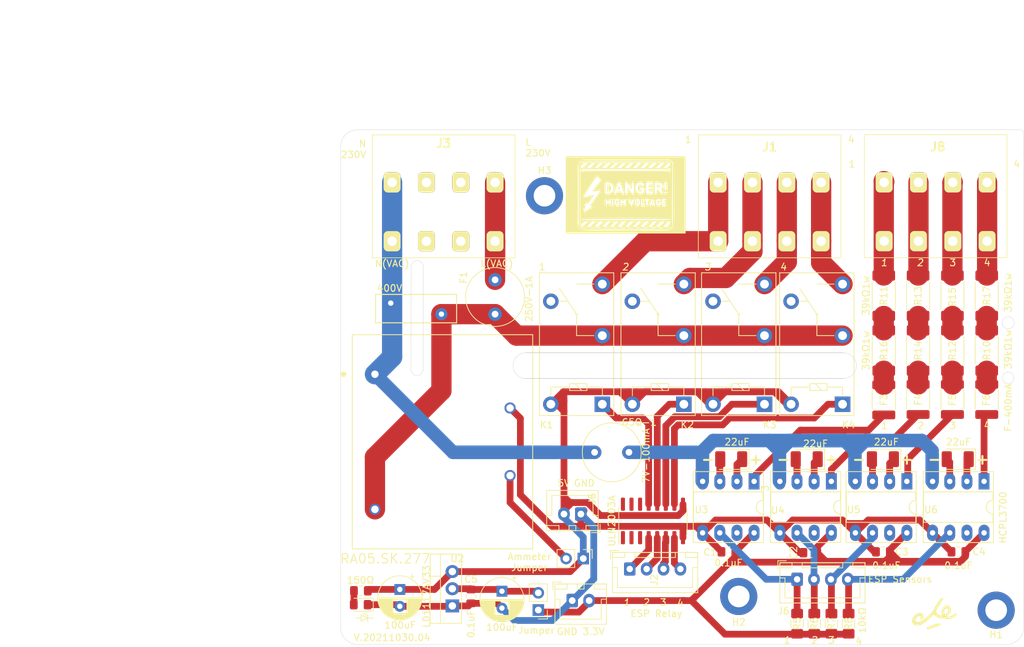
<source format=kicad_pcb>
(kicad_pcb (version 20171130) (host pcbnew "(5.1.6)-1")
  (layers (0 F.Cu signal) (31 B.Cu signal) (34 B.Paste user hide) (35 F.Paste user hide) (36 B.SilkS user hide) (37 F.SilkS user) (38 B.Mask user hide) (39 F.Mask user) (44 Edge.Cuts user))
  (net 0 "")
  (net 1 "220VAC(L)")
  (net 2 "220VAC(N)")
  (net 3 5V+)
  (net 4 3.3V+)
  (net 5 Sens4)
  (net 6 Sens3)
  (net 7 Sens2)
  (net 8 Sens1)
  (net 9 REO4)
  (net 10 REO3)
  (net 11 REO2)
  (net 12 REO1)
  (net 13 "Net-(22uF1-Pad2)")
  (net 14 "Net-(22uF1-Pad1)")
  (net 15 "Net-(22uF2-Pad2)")
  (net 16 "Net-(22uF2-Pad1)")
  (net 17 "Net-(22uF3-Pad2)")
  (net 18 "Net-(22uF3-Pad1)")
  (net 19 "Net-(22uF4-Pad2)")
  (net 20 "Net-(22uF4-Pad1)")
  (net 21 "GND(5V)")
  (net 22 REI1)
  (net 23 REI2)
  (net 24 REI3)
  (net 25 REI4)
  (net 26 "Net-(F1-Pad1)")
  (net 27 EspSens1)
  (net 28 EspSens2)
  (net 29 EspSens3)
  (net 30 EspSens4)
  (net 31 EspRel1)
  (net 32 EspRel2)
  (net 33 EspRel3)
  (net 34 EspRel4)
  (net 35 "Net-(D9-Pad2)")
  (net 36 "Net-(J9-Pad2)")
  (net 37 "Net-(F2-Pad1)")
  (net 38 "Net-(F3-Pad2)")
  (net 39 "Net-(F3-Pad1)")
  (net 40 "Net-(F4-Pad2)")
  (net 41 "Net-(F4-Pad1)")
  (net 42 "Net-(F5-Pad2)")
  (net 43 "Net-(F5-Pad1)")
  (net 44 "Net-(F6-Pad2)")
  (net 45 "Net-(F6-Pad1)")
  (net 46 "Net-(100uF_2-Pad1)")
  (net 47 "Net-(R10-Pad1)")
  (net 48 "Net-(R11-Pad2)")
  (net 49 "Net-(R12-Pad1)")
  (net 50 "Net-(R13-Pad2)")
  (module Capacitor_SMD:C_0805_2012Metric_Pad1.15x1.40mm_HandSolder (layer F.Cu) (at 118.3005 136.4525 90)
    (fp_text reference C5 (at 2.531 0 180) (layer F.SilkS))
    (fp_text value 0.1uF (at -4.073 0 270) (layer F.SilkS))
    (pad 2 smd roundrect (at 1.025 0 90) (size 1.15 1.4) (layers F.Cu F.Paste F.Mask) (roundrect_rratio 0.217391) (net 46 "Net-(100uF_2-Pad1)"))
    (pad 1 smd roundrect (at -1.025 0 90) (size 1.15 1.4) (layers F.Cu F.Paste F.Mask) (roundrect_rratio 0.217391) (net 21 "GND(5V)"))
  )
  (module Resistor_SMD:R_1206_3216Metric_Pad1.42x1.75mm_HandSolder (layer F.Cu) (at 174.1805 140.489 270)
    (fp_text reference R8 (at 0 0 90) (layer F.SilkS))
    (fp_text value 10kΩ (at -0.508 -2.032 90) (layer F.SilkS))
    (pad 2 smd roundrect (at 1.4875 0 270) (size 1.425 1.75) (layers F.Cu F.Paste F.Mask) (roundrect_rratio 0.175439) (net 4 3.3V+))
    (pad 1 smd roundrect (at -1.4875 0 270) (size 1.425 1.75) (layers F.Cu F.Paste F.Mask) (roundrect_rratio 0.175439) (net 27 EspSens1))
  )
  (module Resistor_SMD:R_1206_3216Metric_Pad1.42x1.75mm_HandSolder (layer F.Cu) (at 171.6405 140.489 270)
    (fp_text reference R7 (at -0.009 0 90) (layer F.SilkS))
    (fp_text value 10kΩ)
    (pad 2 smd roundrect (at 1.4875 0 270) (size 1.425 1.75) (layers F.Cu F.Paste F.Mask) (roundrect_rratio 0.175439) (net 4 3.3V+))
    (pad 1 smd roundrect (at -1.4875 0 270) (size 1.425 1.75) (layers F.Cu F.Paste F.Mask) (roundrect_rratio 0.175439) (net 28 EspSens2))
  )
  (module Resistor_SMD:R_1206_3216Metric_Pad1.42x1.75mm_HandSolder (layer F.Cu) (at 169.1005 140.489 270)
    (fp_text reference R6 (at 0 0 90) (layer F.SilkS))
    (fp_text value 10kΩ)
    (pad 2 smd roundrect (at 1.4875 0 270) (size 1.425 1.75) (layers F.Cu F.Paste F.Mask) (roundrect_rratio 0.175439) (net 4 3.3V+))
    (pad 1 smd roundrect (at -1.4875 0 270) (size 1.425 1.75) (layers F.Cu F.Paste F.Mask) (roundrect_rratio 0.175439) (net 29 EspSens3))
  )
  (module Resistor_SMD:R_1206_3216Metric_Pad1.42x1.75mm_HandSolder (layer F.Cu) (at 166.5605 140.489 270)
    (fp_text reference R5 (at 0 0 90) (layer F.SilkS))
    (fp_text value 10kΩ)
    (pad 2 smd roundrect (at 1.4875 0 270) (size 1.425 1.75) (layers F.Cu F.Paste F.Mask) (roundrect_rratio 0.175439) (net 4 3.3V+))
    (pad 1 smd roundrect (at -1.4875 0 270) (size 1.425 1.75) (layers F.Cu F.Paste F.Mask) (roundrect_rratio 0.175439) (net 30 EspSens4))
  )
  (module icons:led_6000dpi (layer F.Cu) (at 102.5525 139.5095)
    (fp_text reference G*** hide)
    (fp_text value LOGO hide)
  )
  (module icons:che (layer F.Cu) (at 186.8805 139.0015)
    (fp_text reference G*** hide)
    (fp_text value LOGO hide)
  )
  (module rac05-05sk:277 (layer F.Cu) (at 114.0765 113.5685)
    (fp_text reference RA05.SK.277 (at -8.476 17.305 180) (layer F.SilkS) (effects (font (size 1.4 1.4))))
    (fp_text value RAC05.05SK.277)
    (pad 9 thru_hole circle (at 10 -5) (size 1.65 1.65) (drill 1.1) (layers *.Cu *.Mask) (net 21 "GND(5V)"))
    (pad 7 thru_hole circle (at 10 5) (size 1.65 1.65) (drill 1.1) (layers *.Cu *.Mask) (net 36 "Net-(J9-Pad2)"))
    (pad 5 thru_hole circle (at -10 10) (size 1.65 1.65) (drill 1.1) (layers *.Cu *.Mask) (net 1 "220VAC(L)"))
    (pad 1 thru_hole rect (at -10 -10) (size 1.65 1.65) (drill 1.1) (layers *.Cu *.Mask) (net 37 "Net-(F2-Pad1)"))
  )
  (module 1017505_updated_pretty:1017505_pretty (layer F.Cu) (at 170.1165 83.8835 180)
    (fp_text reference J1 (at 7.62 13.97) (layer F.SilkS) (effects (font (size 1.27 1.27) (thickness 0.254))))
    (fp_text value 1017505 hide)
    (pad 1 thru_hole roundrect (at 0 0 270) (size 3 2.5) (drill 1.4) (layers *.Cu *.Mask F.SilkS) (net 9 REO4))
    (pad 2 thru_hole roundrect (at 0 8.7 270) (size 3 2.5) (drill 1.4) (layers *.Cu *.Mask F.SilkS) (net 9 REO4))
    (pad 3 thru_hole roundrect (at 5.08 0 270) (size 3 2.5) (drill 1.4) (layers *.Cu *.Mask F.SilkS) (net 10 REO3))
    (pad 4 thru_hole roundrect (at 5.08 8.7 270) (size 3 2.5) (drill 1.4) (layers *.Cu *.Mask F.SilkS) (net 10 REO3))
    (pad 5 thru_hole roundrect (at 10.16 0 270) (size 3 2.5) (drill 1.4) (layers *.Cu *.Mask F.SilkS) (net 11 REO2))
    (pad 6 thru_hole roundrect (at 10.16 8.7 270) (size 3 2.5) (drill 1.4) (layers *.Cu *.Mask F.SilkS) (net 11 REO2))
    (pad 7 thru_hole roundrect (at 15.24 0 270) (size 3 2.5) (drill 1.4) (layers *.Cu *.Mask F.SilkS) (net 12 REO1))
    (pad 8 thru_hole roundrect (at 15.24 8.7 270) (size 3 2.5) (drill 1.4) (layers *.Cu *.Mask F.SilkS) (net 12 REO1))
  )
  (module Package_SO:SOIC-16_3.9x9.9mm_P1.27mm (layer F.Cu) (at 145.2245 125.2855 90)
    (fp_text reference U1 hide)
    (fp_text value ULN2003A (at 0 -6.096 90) (layer F.SilkS))
    (pad 1 smd roundrect (at -2.475 -4.445 90) (size 1.95 0.6) (layers F.Cu F.Paste F.Mask))
    (pad 2 smd roundrect (at -2.475 -3.175 90) (size 1.95 0.6) (layers F.Cu F.Paste F.Mask))
    (pad 3 smd roundrect (at -2.475 -1.905 90) (size 1.95 0.6) (layers F.Cu F.Paste F.Mask))
    (pad 4 smd roundrect (at -2.475 -0.635 90) (size 1.95 0.6) (layers F.Cu F.Paste F.Mask) (net 34 EspRel4))
    (pad 5 smd roundrect (at -2.475 0.635 90) (size 1.95 0.6) (layers F.Cu F.Paste F.Mask) (net 33 EspRel3))
    (pad 6 smd roundrect (at -2.475 1.905 90) (size 1.95 0.6) (layers F.Cu F.Paste F.Mask) (net 32 EspRel2))
    (pad 7 smd roundrect (at -2.475 3.175 90) (size 1.95 0.6) (layers F.Cu F.Paste F.Mask) (net 31 EspRel1))
    (pad 8 smd roundrect (at -2.475 4.445 90) (size 1.95 0.6) (layers F.Cu F.Paste F.Mask) (net 21 "GND(5V)"))
    (pad 9 smd roundrect (at 2.475 4.445 90) (size 1.95 0.6) (layers F.Cu F.Paste F.Mask) (net 3 5V+))
    (pad 10 smd roundrect (at 2.475 3.175 90) (size 1.95 0.6) (layers F.Cu F.Paste F.Mask) (net 25 REI4))
    (pad 11 smd roundrect (at 2.475 1.905 90) (size 1.95 0.6) (layers F.Cu F.Paste F.Mask) (net 24 REI3))
    (pad 12 smd roundrect (at 2.475 0.635 90) (size 1.95 0.6) (layers F.Cu F.Paste F.Mask) (net 23 REI2))
    (pad 13 smd roundrect (at 2.475 -0.635 90) (size 1.95 0.6) (layers F.Cu F.Paste F.Mask) (net 22 REI1))
    (pad 14 smd roundrect (at 2.475 -1.905 90) (size 1.95 0.6) (layers F.Cu F.Paste F.Mask))
    (pad 15 smd roundrect (at 2.475 -3.175 90) (size 1.95 0.6) (layers F.Cu F.Paste F.Mask))
    (pad 16 smd roundrect (at 2.475 -4.445 90) (size 1.95 0.6) (layers F.Cu F.Paste F.Mask))
  )
  (module Capacitor_Tantalum_SMD:CP_EIA-3528-21_Kemet-B_Pad1.50x2.35mm_HandSolder (layer F.Cu) (at 190.3355 116.1415 180)
    (fp_text reference 22uF4 hide)
    (fp_text value 22uF (at -0.101 2.54 180) (layer F.SilkS))
    (pad 2 smd roundrect (at 1.625 0 180) (size 1.5 2.35) (layers F.Cu F.Paste F.Mask) (roundrect_rratio 0.166667) (net 19 "Net-(22uF4-Pad2)"))
    (pad 1 smd roundrect (at -1.625 0 180) (size 1.5 2.35) (layers F.Cu F.Paste F.Mask) (roundrect_rratio 0.166667) (net 20 "Net-(22uF4-Pad1)"))
  )
  (module Capacitor_Tantalum_SMD:CP_EIA-3528-21_Kemet-B_Pad1.50x2.35mm_HandSolder (layer F.Cu) (at 179.2605 116.1415 180)
    (fp_text reference 22uF3 hide)
    (fp_text value 22uF (at -0.508 2.54 180) (layer F.SilkS))
    (pad 2 smd roundrect (at 1.625 0 180) (size 1.5 2.35) (layers F.Cu F.Paste F.Mask) (roundrect_rratio 0.166667) (net 17 "Net-(22uF3-Pad2)"))
    (pad 1 smd roundrect (at -1.625 0 180) (size 1.5 2.35) (layers F.Cu F.Paste F.Mask) (roundrect_rratio 0.166667) (net 18 "Net-(22uF3-Pad1)"))
  )
  (module Capacitor_Tantalum_SMD:CP_EIA-3528-21_Kemet-B_Pad1.50x2.35mm_HandSolder (layer F.Cu) (at 167.9835 116.1415 180)
    (fp_text reference 22uF2 hide)
    (fp_text value 22uF (at -1.3065 2.286 180) (layer F.SilkS))
    (pad 2 smd roundrect (at 1.625 0 180) (size 1.5 2.35) (layers F.Cu F.Paste F.Mask) (roundrect_rratio 0.166667) (net 15 "Net-(22uF2-Pad2)"))
    (pad 1 smd roundrect (at -1.625 0 180) (size 1.5 2.35) (layers F.Cu F.Paste F.Mask) (roundrect_rratio 0.166667) (net 16 "Net-(22uF2-Pad1)"))
  )
  (module Capacitor_Tantalum_SMD:CP_EIA-3528-21_Kemet-B_Pad1.50x2.35mm_HandSolder (layer F.Cu) (at 156.8075 116.1415 180)
    (fp_text reference 22uF1 hide)
    (fp_text value 22uF (at -0.8525 2.54 180) (layer F.SilkS))
    (pad 2 smd roundrect (at 1.625 0 180) (size 1.5 2.35) (layers F.Cu F.Paste F.Mask) (roundrect_rratio 0.166667) (net 13 "Net-(22uF1-Pad2)"))
    (pad 1 smd roundrect (at -1.625 0 180) (size 1.5 2.35) (layers F.Cu F.Paste F.Mask) (roundrect_rratio 0.166667) (net 14 "Net-(22uF1-Pad1)"))
  )
  (module Fuse:Fuse_Littelfuse_372_D8.50mm (layer F.Cu) (at 136.5885 115.1255)
    (fp_text reference F2 hide)
    (fp_text value 7V-100mA (at 7.62 0.508 -90) (layer F.SilkS))
    (pad 2 thru_hole circle (at 5.08 0) (size 2 2) (drill 1) (layers *.Cu *.Mask) (net 2 "220VAC(N)"))
    (pad 1 thru_hole circle (at 0 0) (size 2 2) (drill 1) (layers *.Cu *.Mask) (net 37 "Net-(F2-Pad1)"))
  )
  (module Resistor_SMD:R_2512_6332Metric_Pad1.52x3.35mm_HandSolder (layer F.Cu) (at 194.6275 91.951 270)
    (fp_text reference R17 (at 0 0 90) (layer F.SilkS))
    (fp_text value 39kΩ1w (at -0.4475 -3.175 90) (layer F.SilkS))
    (pad 2 smd roundrect (at 2.9875 0 270) (size 1.525 3.35) (layers F.Cu F.Paste F.Mask) (roundrect_rratio 0.163934) (net 47 "Net-(R10-Pad1)"))
    (pad 1 smd roundrect (at -2.9875 0 270) (size 1.525 3.35) (layers F.Cu F.Paste F.Mask) (roundrect_rratio 0.163934) (net 5 Sens4))
  )
  (module Resistor_SMD:R_2512_6332Metric_Pad1.52x3.35mm_HandSolder (layer F.Cu) (at 189.5475 91.951 270)
    (fp_text reference R15 (at 0.1875 0 90) (layer F.SilkS))
    (fp_text value 39kΩ1w)
    (pad 2 smd roundrect (at 2.9875 0 270) (size 1.525 3.35) (layers F.Cu F.Paste F.Mask) (roundrect_rratio 0.163934) (net 49 "Net-(R12-Pad1)"))
    (pad 1 smd roundrect (at -2.9875 0 270) (size 1.525 3.35) (layers F.Cu F.Paste F.Mask) (roundrect_rratio 0.163934) (net 6 Sens3))
  )
  (module Resistor_SMD:R_2512_6332Metric_Pad1.52x3.35mm_HandSolder (layer F.Cu) (at 184.4675 91.951 270)
    (fp_text reference R13 (at 0 0 90) (layer F.SilkS))
    (fp_text value 39kΩ1w)
    (pad 2 smd roundrect (at 2.9875 0 270) (size 1.525 3.35) (layers F.Cu F.Paste F.Mask) (roundrect_rratio 0.163934) (net 50 "Net-(R13-Pad2)"))
    (pad 1 smd roundrect (at -2.9875 0 270) (size 1.525 3.35) (layers F.Cu F.Paste F.Mask) (roundrect_rratio 0.163934) (net 8 Sens1))
  )
  (module Resistor_SMD:R_2512_6332Metric_Pad1.52x3.35mm_HandSolder (layer F.Cu) (at 179.3875 91.951 270)
    (fp_text reference R11 (at 0 0 90) (layer F.SilkS))
    (fp_text value 39kΩ1w (at 0 2.62 90) (layer F.SilkS))
    (pad 2 smd roundrect (at 2.9875 0 270) (size 1.525 3.35) (layers F.Cu F.Paste F.Mask) (roundrect_rratio 0.163934) (net 48 "Net-(R11-Pad2)"))
    (pad 1 smd roundrect (at -2.9875 0 270) (size 1.525 3.35) (layers F.Cu F.Paste F.Mask) (roundrect_rratio 0.163934) (net 7 Sens2))
  )
  (module Connector_PinHeader_2.54mm:PinHeader_1x02_P2.54mm_Vertical (layer F.Cu) (at 128.2573 138.4681 180)
    (fp_text reference J11 hide)
    (fp_text value "Current Jumper" hide)
    (fp_text user Jumper (at 0.2794 -2.9972 180) (layer F.SilkS))
    (pad 2 thru_hole oval (at 0 2.54 180) (size 1.7 1.7) (drill 1) (layers *.Cu *.Mask) (net 46 "Net-(100uF_2-Pad1)"))
    (pad 1 thru_hole rect (at 0 0 180) (size 1.7 1.7) (drill 1) (layers *.Cu *.Mask) (net 4 3.3V+))
  )
  (module Connector_JST:JST_XH_B2B-XH-A_1x02_P2.50mm_Vertical (layer F.Cu) (at 133.2757 137.0711)
    (fp_text reference J10 hide)
    (fp_text value "GND 3.3V" (at 1.25 4.6) (layer F.SilkS))
    (pad 2 thru_hole oval (at 2.5 0) (size 1.7 2) (drill 1) (layers *.Cu *.Mask) (net 4 3.3V+))
    (pad 1 thru_hole roundrect (at 0 0) (size 1.7 2) (drill 1) (layers *.Cu *.Mask) (roundrect_rratio 0.147059) (net 21 "GND(5V)"))
  )
  (module Resistor_SMD:R_0805_2012Metric_Pad1.15x1.40mm_HandSolder (layer F.Cu) (at 101.9937 135.6233)
    (fp_text reference R9 hide)
    (fp_text value 150Ω (at -0.0508 -1.5748) (layer F.SilkS))
    (pad 2 smd roundrect (at 1.025 0) (size 1.15 1.4) (layers F.Cu F.Paste F.Mask) (roundrect_rratio 0.217391) (net 3 5V+))
    (pad 1 smd roundrect (at -1.025 0) (size 1.15 1.4) (layers F.Cu F.Paste F.Mask) (roundrect_rratio 0.217391) (net 35 "Net-(D9-Pad2)"))
  )
  (module LED_SMD:LED_0805_2012Metric_Pad1.15x1.40mm_HandSolder (layer F.Cu) (at 101.9683 137.6807 180)
    (fp_text reference D9 hide)
    (fp_text value LED hide)
    (pad 2 smd roundrect (at 1.025 0 180) (size 1.15 1.4) (layers F.Cu F.Paste F.Mask) (roundrect_rratio 0.217391) (net 35 "Net-(D9-Pad2)"))
    (pad 1 smd roundrect (at -1.025 0 180) (size 1.15 1.4) (layers F.Cu F.Paste F.Mask) (roundrect_rratio 0.217391) (net 21 "GND(5V)"))
  )
  (module Capacitor_SMD:C_0805_2012Metric_Pad1.15x1.40mm_HandSolder (layer F.Cu) (at 190.4365 129.8575 180)
    (fp_text reference C4 (at -3.048 0) (layer F.SilkS))
    (fp_text value 0.1uF (at 0 -2.032) (layer F.SilkS))
    (pad 2 smd roundrect (at 1.025 0 180) (size 1.15 1.4) (layers F.Cu F.Paste F.Mask) (roundrect_rratio 0.217391) (net 21 "GND(5V)"))
    (pad 1 smd roundrect (at -1.025 0 180) (size 1.15 1.4) (layers F.Cu F.Paste F.Mask) (roundrect_rratio 0.217391) (net 4 3.3V+))
  )
  (module Capacitor_SMD:C_0805_2012Metric_Pad1.15x1.40mm_HandSolder (layer F.Cu) (at 179.2605 129.8575 180)
    (fp_text reference C3 (at -2.803 0) (layer F.SilkS))
    (fp_text value 0.1uF (at -0.508 -2.032) (layer F.SilkS))
    (pad 2 smd roundrect (at 1.025 0 180) (size 1.15 1.4) (layers F.Cu F.Paste F.Mask) (roundrect_rratio 0.217391) (net 21 "GND(5V)"))
    (pad 1 smd roundrect (at -1.025 0 180) (size 1.15 1.4) (layers F.Cu F.Paste F.Mask) (roundrect_rratio 0.217391) (net 4 3.3V+))
  )
  (module Capacitor_SMD:C_0805_2012Metric_Pad1.15x1.40mm_HandSolder (layer F.Cu) (at 156.3915 129.8575 180)
    (fp_text reference C1 (at 2.7215 -0.0635) (layer F.SilkS))
    (fp_text value 0.1uF (at -0.009 -1.6383) (layer F.SilkS))
    (pad 2 smd roundrect (at 1.025 0 180) (size 1.15 1.4) (layers F.Cu F.Paste F.Mask) (roundrect_rratio 0.217391) (net 21 "GND(5V)"))
    (pad 1 smd roundrect (at -1.025 0 180) (size 1.15 1.4) (layers F.Cu F.Paste F.Mask) (roundrect_rratio 0.217391) (net 4 3.3V+))
  )
  (module Capacitor_SMD:C_0805_2012Metric_Pad1.15x1.40mm_HandSolder (layer F.Cu) (at 168.52 129.9845 180)
    (fp_text reference C2 (at 2.4675 0 90) (layer F.SilkS))
    (fp_text value 0.1uF)
    (pad 2 smd roundrect (at 1.025 0 180) (size 1.15 1.4) (layers F.Cu F.Paste F.Mask) (roundrect_rratio 0.217391) (net 21 "GND(5V)"))
    (pad 1 smd roundrect (at -1.025 0 180) (size 1.15 1.4) (layers F.Cu F.Paste F.Mask) (roundrect_rratio 0.217391) (net 4 3.3V+))
  )
  (module Fuse:Fuse_1812_4532Metric_Pad1.30x3.40mm_HandSolder (layer F.Cu) (at 194.6275 107.3055 270)
    (fp_text reference F6 (at 0.073 0.056 90) (layer F.SilkS))
    (fp_text value Fuse)
    (pad 2 smd roundrect (at 2.225 0 270) (size 1.3 3.4) (layers F.Cu F.Paste F.Mask) (roundrect_rratio 0.192308) (net 44 "Net-(F6-Pad2)"))
    (pad 1 smd roundrect (at -2.225 0 270) (size 1.3 3.4) (layers F.Cu F.Paste F.Mask) (roundrect_rratio 0.192308) (net 45 "Net-(F6-Pad1)"))
  )
  (module Fuse:Fuse_1812_4532Metric_Pad1.30x3.40mm_HandSolder (layer F.Cu) (at 189.5475 107.3055 270)
    (fp_text reference F5 (at 0.073 0 90) (layer F.SilkS))
    (fp_text value Fuse)
    (pad 2 smd roundrect (at 2.225 0 270) (size 1.3 3.4) (layers F.Cu F.Paste F.Mask) (roundrect_rratio 0.192308) (net 42 "Net-(F5-Pad2)"))
    (pad 1 smd roundrect (at -2.225 0 270) (size 1.3 3.4) (layers F.Cu F.Paste F.Mask) (roundrect_rratio 0.192308) (net 43 "Net-(F5-Pad1)"))
  )
  (module Fuse:Fuse_1812_4532Metric_Pad1.30x3.40mm_HandSolder (layer F.Cu) (at 184.4675 107.3055 270)
    (fp_text reference F4 (at 0 0 90) (layer F.SilkS))
    (fp_text value Fuse)
    (pad 2 smd roundrect (at 2.225 0 270) (size 1.3 3.4) (layers F.Cu F.Paste F.Mask) (roundrect_rratio 0.192308) (net 40 "Net-(F4-Pad2)"))
    (pad 1 smd roundrect (at -2.225 0 270) (size 1.3 3.4) (layers F.Cu F.Paste F.Mask) (roundrect_rratio 0.192308) (net 41 "Net-(F4-Pad1)"))
  )
  (module Fuse:Fuse_1812_4532Metric_Pad1.30x3.40mm_HandSolder (layer F.Cu) (at 179.3875 107.369 270)
    (fp_text reference F3 (at 0 0 90) (layer F.SilkS))
    (fp_text value Fuse)
    (pad 2 smd roundrect (at 2.225 0 270) (size 1.3 3.4) (layers F.Cu F.Paste F.Mask) (roundrect_rratio 0.192308) (net 38 "Net-(F3-Pad2)"))
    (pad 1 smd roundrect (at -2.225 0 270) (size 1.3 3.4) (layers F.Cu F.Paste F.Mask) (roundrect_rratio 0.192308) (net 39 "Net-(F3-Pad1)"))
  )
  (module Resistor_SMD:R_2512_6332Metric_Pad1.52x3.35mm_HandSolder (layer F.Cu) (at 179.3875 100.061 270)
    (fp_text reference R16 (at 0 0 90) (layer F.SilkS))
    (fp_text value 39kΩ1w (at 0 2.62 90) (layer F.SilkS))
    (pad 2 smd roundrect (at 2.9875 0 270) (size 1.525 3.35) (layers F.Cu F.Paste F.Mask) (roundrect_rratio 0.163934) (net 39 "Net-(F3-Pad1)"))
    (pad 1 smd roundrect (at -2.9875 0 270) (size 1.525 3.35) (layers F.Cu F.Paste F.Mask) (roundrect_rratio 0.163934) (net 48 "Net-(R11-Pad2)"))
  )
  (module Resistor_SMD:R_2512_6332Metric_Pad1.52x3.35mm_HandSolder (layer F.Cu) (at 184.4675 100.061 270)
    (fp_text reference R14 (at 0 0 90) (layer F.SilkS))
    (fp_text value 39kΩ1w)
    (pad 2 smd roundrect (at 2.9875 0 270) (size 1.525 3.35) (layers F.Cu F.Paste F.Mask) (roundrect_rratio 0.163934) (net 41 "Net-(F4-Pad1)"))
    (pad 1 smd roundrect (at -2.9875 0 270) (size 1.525 3.35) (layers F.Cu F.Paste F.Mask) (roundrect_rratio 0.163934) (net 50 "Net-(R13-Pad2)"))
  )
  (module Resistor_SMD:R_2512_6332Metric_Pad1.52x3.35mm_HandSolder (layer F.Cu) (at 189.5475 100.061 270)
    (fp_text reference R12 (at 0 0 90) (layer F.SilkS))
    (fp_text value 39kΩ1w)
    (pad 2 smd roundrect (at 2.9875 0 270) (size 1.525 3.35) (layers F.Cu F.Paste F.Mask) (roundrect_rratio 0.163934) (net 43 "Net-(F5-Pad1)"))
    (pad 1 smd roundrect (at -2.9875 0 270) (size 1.525 3.35) (layers F.Cu F.Paste F.Mask) (roundrect_rratio 0.163934) (net 49 "Net-(R12-Pad1)"))
  )
  (module Resistor_SMD:R_2512_6332Metric_Pad1.52x3.35mm_HandSolder (layer F.Cu) (at 194.6275 100.061 270)
    (fp_text reference R10 (at 0 0 90) (layer F.SilkS))
    (fp_text value 39kΩ1w (at -0.1755 -3.175 90) (layer F.SilkS))
    (pad 2 smd roundrect (at 2.9875 0 270) (size 1.525 3.35) (layers F.Cu F.Paste F.Mask) (roundrect_rratio 0.163934) (net 45 "Net-(F6-Pad1)"))
    (pad 1 smd roundrect (at -2.9875 0 270) (size 1.525 3.35) (layers F.Cu F.Paste F.Mask) (roundrect_rratio 0.163934) (net 47 "Net-(R10-Pad1)"))
  )
  (module 1017505_updated_pretty:1017505_pretty (layer F.Cu) (at 194.6835 83.8715 180)
    (fp_text reference J8 (at 7.295 13.958) (layer F.SilkS) (effects (font (size 1.27 1.27) (thickness 0.254))))
    (fp_text value 1017505 hide)
    (pad 1 thru_hole roundrect (at 0 0 270) (size 3 2.5) (drill 1.4) (layers *.Cu *.Mask F.SilkS) (net 5 Sens4))
    (pad 2 thru_hole roundrect (at 0 8.7 270) (size 3 2.5) (drill 1.4) (layers *.Cu *.Mask F.SilkS) (net 5 Sens4))
    (pad 3 thru_hole roundrect (at 5.08 0 270) (size 3 2.5) (drill 1.4) (layers *.Cu *.Mask F.SilkS) (net 6 Sens3))
    (pad 4 thru_hole roundrect (at 5.08 8.7 270) (size 3 2.5) (drill 1.4) (layers *.Cu *.Mask F.SilkS) (net 6 Sens3))
    (pad 5 thru_hole roundrect (at 10.16 0 270) (size 3 2.5) (drill 1.4) (layers *.Cu *.Mask F.SilkS) (net 8 Sens1))
    (pad 6 thru_hole roundrect (at 10.16 8.7 270) (size 3 2.5) (drill 1.4) (layers *.Cu *.Mask F.SilkS) (net 8 Sens1))
    (pad 7 thru_hole roundrect (at 15.24 0 270) (size 3 2.5) (drill 1.4) (layers *.Cu *.Mask F.SilkS) (net 7 Sens2))
    (pad 8 thru_hole roundrect (at 15.24 8.7 270) (size 3 2.5) (drill 1.4) (layers *.Cu *.Mask F.SilkS) (net 7 Sens2))
  )
  (module 1017505_updated_pretty:1017505_pretty (layer F.Cu) (at 121.8565 83.8835 180)
    (fp_text reference J3 (at 7.62 14.478) (layer F.SilkS) (effects (font (size 1.27 1.27) (thickness 0.254))))
    (fp_text value 1017505 hide)
    (pad 1 thru_hole roundrect (at 0 0 270) (size 3 2.5) (drill 1.4) (layers *.Cu *.Mask F.SilkS) (net 26 "Net-(F1-Pad1)"))
    (pad 2 thru_hole roundrect (at 0 8.7 270) (size 3 2.5) (drill 1.4) (layers *.Cu *.Mask F.SilkS) (net 26 "Net-(F1-Pad1)"))
    (pad 3 thru_hole roundrect (at 5.08 0 270) (size 3 2.5) (drill 1.4) (layers *.Cu *.Mask F.SilkS))
    (pad 4 thru_hole roundrect (at 5.08 8.7 270) (size 3 2.5) (drill 1.4) (layers *.Cu *.Mask F.SilkS))
    (pad 5 thru_hole roundrect (at 10.16 0 270) (size 3 2.5) (drill 1.4) (layers *.Cu *.Mask F.SilkS))
    (pad 6 thru_hole roundrect (at 10.16 8.7 270) (size 3 2.5) (drill 1.4) (layers *.Cu *.Mask F.SilkS))
    (pad 7 thru_hole roundrect (at 15.24 0 270) (size 3 2.5) (drill 1.4) (layers *.Cu *.Mask F.SilkS) (net 37 "Net-(F2-Pad1)"))
    (pad 8 thru_hole roundrect (at 15.24 8.7 270) (size 3 2.5) (drill 1.4) (layers *.Cu *.Mask F.SilkS) (net 37 "Net-(F2-Pad1)"))
  )
  (module Connector_PinHeader_2.54mm:PinHeader_1x02_P2.54mm_Vertical (layer F.Cu) (at 134.9121 130.85064 270)
    (fp_text reference J9 hide)
    (fp_text value "Current Jumper" hide)
    (pad 2 thru_hole oval (at 0 2.54 270) (size 1.7 1.7) (drill 1) (layers *.Cu *.Mask) (net 36 "Net-(J9-Pad2)"))
    (pad 1 thru_hole rect (at 0 0 270) (size 1.7 1.7) (drill 1) (layers *.Cu *.Mask) (net 3 5V+))
  )
  (module Capacitor_THT:CP_Radial_D6.3mm_P2.50mm (layer F.Cu) (at 122.8725 135.6887 270)
    (fp_text reference 100uF_2 hide)
    (fp_text value 100uF hide)
    (fp_text user 100uF (at 5.3448 0 180) (layer F.SilkS))
    (pad 2 thru_hole circle (at 2.5 0 270) (size 1.6 1.6) (drill 0.8) (layers *.Cu *.Mask) (net 21 "GND(5V)"))
    (pad 1 thru_hole rect (at 0 0 270) (size 1.6 1.6) (drill 0.8) (layers *.Cu *.Mask) (net 46 "Net-(100uF_2-Pad1)"))
  )
  (module Capacitor_THT:CP_Radial_D6.3mm_P2.50mm (layer F.Cu) (at 107.7595 135.4201 270)
    (fp_text reference 100uF_1 hide)
    (fp_text value 100uF hide)
    (fp_text user 100uF (at 5.2832 -0.0508) (layer F.SilkS))
    (pad 2 thru_hole circle (at 2.5 0 270) (size 1.6 1.6) (drill 0.8) (layers *.Cu *.Mask) (net 21 "GND(5V)"))
    (pad 1 thru_hole rect (at 0 0 270) (size 1.6 1.6) (drill 0.8) (layers *.Cu *.Mask) (net 3 5V+))
  )
  (module icons:danger1_negative (layer F.Cu) (at 141.1605 77.0255)
    (fp_text reference G*** hide)
    (fp_text value LOGO hide)
  )
  (module Varistor:RV_Disc_D12mm_W4.2mm_P7.5mm (layer F.Cu) (at 106.4165 93.04017)
    (fp_text reference RV1 hide)
    (fp_text value 400V (at -0.181 -2.19707) (layer F.SilkS))
    (pad 2 thru_hole circle (at 7.5 1.63333) (size 1.8 1.8) (drill 0.8) (layers *.Cu *.Mask) (net 1 "220VAC(L)"))
    (pad 1 thru_hole circle (at 0 0) (size 1.8 1.8) (drill 0.8) (layers *.Cu *.Mask) (net 37 "Net-(F2-Pad1)"))
  )
  (module MountingHole:MountingHole_3.2mm_M3_ISO14580_Pad (layer F.Cu) (at 129.1717 77.1525)
    (fp_text reference H3 (at 0 -3.75) (layer F.SilkS))
    (fp_text value MountingHole_Pad)
    (pad 1 thru_hole circle (at 0 0) (size 5.5 5.5) (drill 3.2) (layers *.Cu *.Mask))
  )
  (module Relay_THT:Relay_SPDT_Omron-G5Q-1 (layer F.Cu) (at 161.7345 108.0135 90)
    (fp_text reference K3 (at -3.048 0.762) (layer F.SilkS))
    (fp_text value G5Q-1)
    (pad 5 thru_hole circle (at 0 -7.62 270) (size 2.3 2.3) (drill 1.3) (layers *.Cu *.Mask) (net 3 5V+))
    (pad 4 thru_hole circle (at 15.24 -7.62 270) (size 2.3 2.3) (drill 1.3) (layers *.Cu *.Mask))
    (pad 3 thru_hole circle (at 17.78 0 270) (size 2.3 2.3) (drill 1.3) (layers *.Cu *.Mask) (net 10 REO3))
    (pad 2 thru_hole circle (at 10.16 0 270) (size 2.3 2.3) (drill 1.3) (layers *.Cu *.Mask) (net 1 "220VAC(L)"))
    (pad 1 thru_hole rect (at 0 0 270) (size 2.3 2.3) (drill 1.3) (layers *.Cu *.Mask) (net 24 REI3))
  )
  (module Connector_JST:JST_XH_B4B-XH-A_1x04_P2.50mm_Vertical (layer F.Cu) (at 141.7885 132.3975)
    (fp_text reference J2 (at 3.6322 1.6256 -90) (layer F.SilkS))
    (fp_text value "ESP Relays")
    (pad 4 thru_hole oval (at 7.5 0) (size 1.7 1.95) (drill 0.95) (layers *.Cu *.Mask) (net 31 EspRel1))
    (pad 3 thru_hole oval (at 5 0) (size 1.7 1.95) (drill 0.95) (layers *.Cu *.Mask) (net 32 EspRel2))
    (pad 2 thru_hole oval (at 2.5 0) (size 1.7 1.95) (drill 0.95) (layers *.Cu *.Mask) (net 33 EspRel3))
    (pad 1 thru_hole roundrect (at 0 0) (size 1.7 1.95) (drill 0.95) (layers *.Cu *.Mask) (roundrect_rratio 0.147059) (net 34 EspRel4))
  )
  (module Package_DIP:DIP-8_W7.62mm_Socket_LongPads (layer F.Cu) (at 171.6265 119.4275 270)
    (fp_text reference U4 (at 4.2705 7.9235 180) (layer F.SilkS))
    (fp_text value HCPL3700)
    (pad 1 thru_hole rect (at 0 0 270) (size 2.4 1.6) (drill 0.8) (layers *.Cu *.Mask) (net 40 "Net-(F4-Pad2)"))
    (pad 5 thru_hole oval (at 7.62 7.62 270) (size 2.4 1.6) (drill 0.8) (layers *.Cu *.Mask) (net 21 "GND(5V)"))
    (pad 2 thru_hole oval (at 0 2.54 270) (size 2.4 1.6) (drill 0.8) (layers *.Cu *.Mask) (net 16 "Net-(22uF2-Pad1)"))
    (pad 6 thru_hole oval (at 7.62 5.08 270) (size 2.4 1.6) (drill 0.8) (layers *.Cu *.Mask) (net 29 EspSens3))
    (pad 3 thru_hole oval (at 0 5.08 270) (size 2.4 1.6) (drill 0.8) (layers *.Cu *.Mask) (net 15 "Net-(22uF2-Pad2)"))
    (pad 7 thru_hole oval (at 7.62 2.54 270) (size 2.4 1.6) (drill 0.8) (layers *.Cu *.Mask))
    (pad 4 thru_hole oval (at 0 7.62 270) (size 2.4 1.6) (drill 0.8) (layers *.Cu *.Mask) (net 2 "220VAC(N)"))
    (pad 8 thru_hole oval (at 7.62 0 270) (size 2.4 1.6) (drill 0.8) (layers *.Cu *.Mask) (net 4 3.3V+))
  )
  (module Package_DIP:DIP-8_W7.62mm_Socket_LongPads (layer F.Cu) (at 194.2325 119.4275 270)
    (fp_text reference U6 (at 4.207 7.86 180) (layer F.SilkS))
    (fp_text value HCPL3700)
    (pad 1 thru_hole rect (at 0 0 270) (size 2.4 1.6) (drill 0.8) (layers *.Cu *.Mask) (net 44 "Net-(F6-Pad2)"))
    (pad 5 thru_hole oval (at 7.62 7.62 270) (size 2.4 1.6) (drill 0.8) (layers *.Cu *.Mask) (net 21 "GND(5V)"))
    (pad 2 thru_hole oval (at 0 2.54 270) (size 2.4 1.6) (drill 0.8) (layers *.Cu *.Mask) (net 20 "Net-(22uF4-Pad1)"))
    (pad 6 thru_hole oval (at 7.62 5.08 270) (size 2.4 1.6) (drill 0.8) (layers *.Cu *.Mask) (net 27 EspSens1))
    (pad 3 thru_hole oval (at 0 5.08 270) (size 2.4 1.6) (drill 0.8) (layers *.Cu *.Mask) (net 19 "Net-(22uF4-Pad2)"))
    (pad 7 thru_hole oval (at 7.62 2.54 270) (size 2.4 1.6) (drill 0.8) (layers *.Cu *.Mask))
    (pad 4 thru_hole oval (at 0 7.62 270) (size 2.4 1.6) (drill 0.8) (layers *.Cu *.Mask) (net 2 "220VAC(N)"))
    (pad 8 thru_hole oval (at 7.62 0 270) (size 2.4 1.6) (drill 0.8) (layers *.Cu *.Mask) (net 4 3.3V+))
  )
  (module Package_DIP:DIP-8_W7.62mm_Socket_LongPads (layer F.Cu) (at 182.8025 119.4275 270)
    (fp_text reference U5 (at 4.207 7.86 180) (layer F.SilkS))
    (fp_text value HCPL3700)
    (pad 1 thru_hole rect (at 0 0 270) (size 2.4 1.6) (drill 0.8) (layers *.Cu *.Mask) (net 42 "Net-(F5-Pad2)"))
    (pad 5 thru_hole oval (at 7.62 7.62 270) (size 2.4 1.6) (drill 0.8) (layers *.Cu *.Mask) (net 21 "GND(5V)"))
    (pad 2 thru_hole oval (at 0 2.54 270) (size 2.4 1.6) (drill 0.8) (layers *.Cu *.Mask) (net 18 "Net-(22uF3-Pad1)"))
    (pad 6 thru_hole oval (at 7.62 5.08 270) (size 2.4 1.6) (drill 0.8) (layers *.Cu *.Mask) (net 28 EspSens2))
    (pad 3 thru_hole oval (at 0 5.08 270) (size 2.4 1.6) (drill 0.8) (layers *.Cu *.Mask) (net 17 "Net-(22uF3-Pad2)"))
    (pad 7 thru_hole oval (at 7.62 2.54 270) (size 2.4 1.6) (drill 0.8) (layers *.Cu *.Mask))
    (pad 4 thru_hole oval (at 0 7.62 270) (size 2.4 1.6) (drill 0.8) (layers *.Cu *.Mask) (net 2 "220VAC(N)"))
    (pad 8 thru_hole oval (at 7.62 0 270) (size 2.4 1.6) (drill 0.8) (layers *.Cu *.Mask) (net 4 3.3V+))
  )
  (module Package_DIP:DIP-8_W7.62mm_Socket_LongPads (layer F.Cu) (at 160.1965 119.4275 270)
    (fp_text reference U3 (at 4.207 7.7965 180) (layer F.SilkS))
    (fp_text value HCPL3700)
    (pad 1 thru_hole rect (at 0 0 270) (size 2.4 1.6) (drill 0.8) (layers *.Cu *.Mask) (net 38 "Net-(F3-Pad2)"))
    (pad 5 thru_hole oval (at 7.62 7.62 270) (size 2.4 1.6) (drill 0.8) (layers *.Cu *.Mask) (net 21 "GND(5V)"))
    (pad 2 thru_hole oval (at 0 2.54 270) (size 2.4 1.6) (drill 0.8) (layers *.Cu *.Mask) (net 14 "Net-(22uF1-Pad1)"))
    (pad 6 thru_hole oval (at 7.62 5.08 270) (size 2.4 1.6) (drill 0.8) (layers *.Cu *.Mask) (net 30 EspSens4))
    (pad 3 thru_hole oval (at 0 5.08 270) (size 2.4 1.6) (drill 0.8) (layers *.Cu *.Mask) (net 13 "Net-(22uF1-Pad2)"))
    (pad 7 thru_hole oval (at 7.62 2.54 270) (size 2.4 1.6) (drill 0.8) (layers *.Cu *.Mask))
    (pad 4 thru_hole oval (at 0 7.62 270) (size 2.4 1.6) (drill 0.8) (layers *.Cu *.Mask) (net 2 "220VAC(N)"))
    (pad 8 thru_hole oval (at 7.62 0 270) (size 2.4 1.6) (drill 0.8) (layers *.Cu *.Mask) (net 4 3.3V+))
  )
  (module Package_TO_SOT_THT:TO-220-3_Vertical (layer F.Cu) (at 115.5319 137.8585 90)
    (fp_text reference U2 (at 6.985 0.7366 180) (layer F.SilkS))
    (fp_text value LD1117S33TR_SOT223)
    (pad 3 thru_hole oval (at 5.08 0 90) (size 1.905 2) (drill 1.1) (layers *.Cu *.Mask) (net 3 5V+))
    (pad 2 thru_hole oval (at 2.54 0 90) (size 1.905 2) (drill 1.1) (layers *.Cu *.Mask) (net 46 "Net-(100uF_2-Pad1)"))
    (pad 1 thru_hole rect (at 0 0 90) (size 1.905 2) (drill 1.1) (layers *.Cu *.Mask) (net 21 "GND(5V)"))
  )
  (module Connector_JST:JST_XH_B4B-XH-A_1x04_P2.50mm_Vertical (layer F.Cu) (at 166.5605 133.9215)
    (fp_text reference J6 (at -1.9972 4.6876 180) (layer F.SilkS))
    (fp_text value "ESP Sensors" (at 15.24 0) (layer F.SilkS))
    (pad 4 thru_hole oval (at 7.5 0) (size 1.7 1.95) (drill 0.95) (layers *.Cu *.Mask) (net 27 EspSens1))
    (pad 3 thru_hole oval (at 5 0) (size 1.7 1.95) (drill 0.95) (layers *.Cu *.Mask) (net 28 EspSens2))
    (pad 2 thru_hole oval (at 2.5 0) (size 1.7 1.95) (drill 0.95) (layers *.Cu *.Mask) (net 29 EspSens3))
    (pad 1 thru_hole roundrect (at 0 0) (size 1.7 1.95) (drill 0.95) (layers *.Cu *.Mask) (roundrect_rratio 0.147059) (net 30 EspSens4))
  )
  (module Connector_JST:JST_XH_B2B-XH-A_1x02_P2.50mm_Vertical (layer F.Cu) (at 134.5565 124.2695 180)
    (fp_text reference J5 (at -1.67322 2.2733 270) (layer F.SilkS))
    (fp_text value Conn_01x02)
    (pad 2 thru_hole oval (at 2.5 0 180) (size 1.7 2) (drill 1) (layers *.Cu *.Mask) (net 3 5V+))
    (pad 1 thru_hole roundrect (at 0 0 180) (size 1.7 2) (drill 1) (layers *.Cu *.Mask) (roundrect_rratio 0.147059) (net 21 "GND(5V)"))
  )
  (module MountingHole:MountingHole_3.2mm_M3_ISO14580_Pad (layer F.Cu) (at 157.9245 136.4615)
    (fp_text reference H2 (at 0 3.81) (layer F.SilkS))
    (fp_text value MountingHole_Pad)
    (pad 1 thru_hole circle (at 0 0) (size 5.5 5.5) (drill 3.2) (layers *.Cu *.Mask))
  )
  (module MountingHole:MountingHole_3.2mm_M3_ISO14580_Pad (layer F.Cu) (at 196.0245 138.4935)
    (fp_text reference H1 (at 0 3.6068) (layer F.SilkS))
    (fp_text value MountingHole_Pad)
    (pad 1 thru_hole circle (at 0 0) (size 5.5 5.5) (drill 3.2) (layers *.Cu *.Mask))
  )
  (module Fuse:Fuse_Littelfuse_372_D8.50mm (layer F.Cu) (at 121.8565 89.5985 270)
    (fp_text reference F1 (at -0.3302 4.6736 90) (layer F.SilkS))
    (fp_text value F250V)
    (pad 2 thru_hole circle (at 5.08 0 270) (size 2 2) (drill 1) (layers *.Cu *.Mask) (net 1 "220VAC(L)"))
    (pad 1 thru_hole circle (at 0 0 270) (size 2 2) (drill 1) (layers *.Cu *.Mask) (net 26 "Net-(F1-Pad1)"))
  )
  (module Relay_THT:Relay_SPDT_Omron-G5Q-1 (layer F.Cu) (at 137.7315 108.0135 90)
    (fp_text reference K1 (at -3.048 -8.255) (layer F.SilkS))
    (fp_text value G5Q-1 (at -2.667 5.461) (layer F.SilkS))
    (pad 5 thru_hole circle (at 0 -7.62 270) (size 2.3 2.3) (drill 1.3) (layers *.Cu *.Mask) (net 3 5V+))
    (pad 4 thru_hole circle (at 15.24 -7.62 270) (size 2.3 2.3) (drill 1.3) (layers *.Cu *.Mask))
    (pad 3 thru_hole circle (at 17.78 0 270) (size 2.3 2.3) (drill 1.3) (layers *.Cu *.Mask) (net 12 REO1))
    (pad 2 thru_hole circle (at 10.16 0 270) (size 2.3 2.3) (drill 1.3) (layers *.Cu *.Mask) (net 1 "220VAC(L)"))
    (pad 1 thru_hole rect (at 0 0 270) (size 2.3 2.3) (drill 1.3) (layers *.Cu *.Mask) (net 22 REI1))
  )
  (module Relay_THT:Relay_SPDT_Omron-G5Q-1 (layer F.Cu) (at 149.7965 108.0135 90)
    (fp_text reference K2 (at -3.048 0.508) (layer F.SilkS))
    (fp_text value G5Q-1)
    (pad 5 thru_hole circle (at 0 -7.62 270) (size 2.3 2.3) (drill 1.3) (layers *.Cu *.Mask) (net 3 5V+))
    (pad 4 thru_hole circle (at 15.24 -7.62 270) (size 2.3 2.3) (drill 1.3) (layers *.Cu *.Mask))
    (pad 3 thru_hole circle (at 17.78 0 270) (size 2.3 2.3) (drill 1.3) (layers *.Cu *.Mask) (net 11 REO2))
    (pad 2 thru_hole circle (at 10.16 0 270) (size 2.3 2.3) (drill 1.3) (layers *.Cu *.Mask) (net 1 "220VAC(L)"))
    (pad 1 thru_hole rect (at 0 0 270) (size 2.3 2.3) (drill 1.3) (layers *.Cu *.Mask) (net 23 REI2))
  )
  (module Relay_THT:Relay_SPDT_Omron-G5Q-1 (layer F.Cu) (at 173.2915 108.0135 90)
    (fp_text reference K4 (at -3.048 0.889) (layer F.SilkS))
    (fp_text value G5Q-1)
    (pad 5 thru_hole circle (at 0 -7.62 270) (size 2.3 2.3) (drill 1.3) (layers *.Cu *.Mask) (net 3 5V+))
    (pad 4 thru_hole circle (at 15.24 -7.62 270) (size 2.3 2.3) (drill 1.3) (layers *.Cu *.Mask))
    (pad 3 thru_hole circle (at 17.78 0 270) (size 2.3 2.3) (drill 1.3) (layers *.Cu *.Mask) (net 9 REO4))
    (pad 2 thru_hole circle (at 10.16 0 270) (size 2.3 2.3) (drill 1.3) (layers *.Cu *.Mask) (net 1 "220VAC(L)"))
    (pad 1 thru_hole rect (at 0 0 270) (size 2.3 2.3) (drill 1.3) (layers *.Cu *.Mask) (net 25 REI4))
  )
  (gr_text - (at 164.5285 116.1415) (layer F.SilkS) (effects (font (size 1.5 1.5) (thickness 0.3)) (justify mirror)))
  (gr_text + (at 193.9925 116.1415) (layer F.SilkS) (effects (font (size 1.5 1.5) (thickness 0.3)) (justify mirror)))
  (gr_text - (at 186.8805 116.1415) (layer F.SilkS) (effects (font (size 1.5 1.5) (thickness 0.3)) (justify mirror)))
  (gr_text + (at 182.8165 116.1415) (layer F.SilkS) (effects (font (size 1.5 1.5) (thickness 0.3)) (justify mirror)))
  (gr_text - (at 175.7045 116.1415) (layer F.SilkS) (effects (font (size 1.5 1.5) (thickness 0.3)) (justify mirror)))
  (gr_text + (at 171.6405 116.1415) (layer F.SilkS) (effects (font (size 1.5 1.5) (thickness 0.3)) (justify mirror)))
  (gr_text - (at 153.3525 116.1415) (layer F.SilkS) (effects (font (size 1.5 1.5) (thickness 0.3)) (justify mirror)))
  (gr_text + (at 160.4645 116.1415) (layer F.SilkS) (effects (font (size 1.5 1.5) (thickness 0.3)) (justify mirror)))
  (gr_text 1 (at 141.3435 137.3505) (layer F.SilkS) (effects (font (size 1 1) (thickness 0.15) italic)))
  (gr_text 3 (at 146.7485 137.3505) (layer F.SilkS) (effects (font (size 1 1))))
  (gr_text 2 (at 144.2085 137.3505) (layer F.SilkS) (effects (font (size 1 1) (thickness 0.15) italic)))
  (gr_text 4 (at 149.2885 137.4775) (layer F.SilkS) (effects (font (size 1 1))))
  (gr_text 3 (at 171.6405 142.9385) (layer F.SilkS) (effects (font (size 1 1))))
  (gr_text 1 (at 165.0365 142.9385) (layer F.SilkS) (effects (font (size 1 1) (thickness 0.15) italic)))
  (gr_text 4 (at 175.7045 143.0655) (layer F.SilkS) (effects (font (size 1 1))))
  (gr_text 2 (at 169.1005 142.9385) (layer F.SilkS) (effects (font (size 1 1) (thickness 0.15) italic)))
  (gr_arc (start 173.4185 102.2985) (end 173.4185 104.2035) (angle -180) (layer Edge.Cuts) (width 0.05))
  (gr_text 1 (at 179.4435 111.1885) (layer F.SilkS) (effects (font (size 1 1) (thickness 0.15) italic)))
  (gr_text 3 (at 189.6035 111.1885) (layer F.SilkS) (effects (font (size 1 1))))
  (gr_text 2 (at 184.7775 111.1885) (layer F.SilkS) (effects (font (size 1 1) (thickness 0.15) italic)))
  (gr_text 4 (at 194.6835 111.1885) (layer F.SilkS) (effects (font (size 1 1))))
  (gr_arc (start 199.5805 67.8815) (end 200.0885 67.8815) (angle -90) (layer Edge.Cuts) (width 0.05))
  (gr_arc (start 197.5485 141.0335) (end 197.5485 143.5735) (angle -90) (layer Edge.Cuts) (width 0.05))
  (gr_arc (start 101.5365 141.0335) (end 98.9965 141.0335) (angle -90) (layer Edge.Cuts) (width 0.05))
  (gr_arc (start 101.5365 69.9135) (end 101.5365 67.3735) (angle -90) (layer Edge.Cuts) (width 0.05))
  (gr_circle (center 197.8025 104.111195) (end 198.4375 103.539695) (layer Edge.Cuts) (width 0.05))
  (gr_circle (center 197.8025 95.9485) (end 198.4375 95.3135) (layer Edge.Cuts) (width 0.05))
  (gr_text 4 (at 174.5615 68.834) (layer F.SilkS) (effects (font (size 1 1))))
  (gr_text 1 (at 150.4315 68.834) (layer F.SilkS) (effects (font (size 1 1))))
  (gr_text F-400mA (at 197.8025 108.5215 90) (layer F.SilkS) (effects (font (size 1 1))))
  (gr_arc (start 126.4285 102.2985) (end 126.4285 100.3935) (angle -175.6167246) (layer Edge.Cuts) (width 0.05))
  (gr_text "Ammeter\nJumper" (at 126.9365 131.3815) (layer F.SilkS) (effects (font (size 1 1))))
  (gr_text 4 (at 199.0725 72.4535) (layer F.SilkS) (effects (font (size 1 1))))
  (gr_text 1 (at 174.6885 72.4535) (layer F.SilkS) (effects (font (size 1 1))))
  (gr_text "ESP Relay" (at 145.7325 139.0015) (layer F.SilkS) (effects (font (size 1 1))))
  (gr_text 250V-1A (at 126.8765 92.4435 90) (layer F.SilkS) (effects (font (size 1 1))))
  (gr_text LD1117AV33 (at 111.6965 136.4615 90) (layer F.SilkS) (effects (font (size 1 1))))
  (gr_text HCPL3700 (at 197.0405 124.7775 90) (layer F.SilkS) (effects (font (size 1 1))))
  (gr_text "L\n230V" (at 126.2507 70.0405) (layer F.SilkS) (effects (font (size 1 1)) (justify left)))
  (gr_text "N\n230V" (at 102.8573 70.2691) (layer F.SilkS) (effects (font (size 1 1)) (justify right)))
  (gr_arc (start 110.3065 102.8565) (end 109.4065 102.8065) (angle -186.3596602) (layer Edge.Cuts) (width 0.05))
  (gr_arc (start 110.3265 87.6465) (end 111.2265 87.6965) (angle -186.3596602) (layer Edge.Cuts) (width 0.05))
  (gr_line (start 111.2065 102.8065) (end 111.2265 87.6965) (layer Edge.Cuts) (width 0.05))
  (gr_line (start 109.4265 87.6965) (end 109.4065 102.8065) (layer Edge.Cuts) (width 0.05))
  (gr_text GND (at 135.0645 119.6975) (layer F.SilkS) (effects (font (size 1 1))))
  (gr_text 5V (at 132.0165 119.6975) (layer F.SilkS) (effects (font (size 1 1))))
  (gr_text 4 (at 164.5285 87.6935) (layer F.SilkS) (effects (font (size 1 1) (thickness 0.15) italic)))
  (gr_text 3 (at 153.3525 87.6935) (layer F.SilkS) (effects (font (size 1 1) (thickness 0.15) italic)))
  (gr_text 2 (at 141.1605 87.6935) (layer F.SilkS) (effects (font (size 1 1) (thickness 0.15) italic)))
  (gr_text 1 (at 128.8415 87.6935) (layer F.SilkS) (effects (font (size 1 1))))
  (gr_text 3 (at 161.8465 120.4455 90) (layer F.SilkS) (effects (font (size 1 1))))
  (gr_text 4 (at 194.6835 87.0585) (layer F.SilkS) (effects (font (size 1 1))))
  (gr_text 3 (at 189.6035 87.0585) (layer F.SilkS) (effects (font (size 1 1))))
  (gr_text 2 (at 184.7775 87.0585) (layer F.SilkS) (effects (font (size 1 1) (thickness 0.15) italic)))
  (gr_text 1 (at 179.4435 87.0585) (layer F.SilkS) (effects (font (size 1 1) (thickness 0.15) italic)))
  (gr_text "L(VAC)" (at 122.1105 87.1855) (layer F.SilkS) (effects (font (size 1 1))))
  (gr_text "N(VAC)" (at 106.6165 87.1855) (layer F.SilkS) (effects (font (size 1 1))))
  (gr_text V.20211030.04 (at 106.6165 142.5575) (layer F.SilkS) (effects (font (size 1 1))))
  (gr_line (start 126.4285 100.3935) (end 173.4185 100.3935) (layer Edge.Cuts) (width 0.1))
  (gr_line (start 173.4185 104.2035) (end 126.282905 104.197928) (layer Edge.Cuts) (width 0.1))
  (gr_line (start 98.9965 141.0335) (end 98.9965 69.9135) (layer Edge.Cuts) (width 0.05))
  (gr_line (start 199.5805 67.3735) (end 101.5365 67.3735) (layer Edge.Cuts) (width 0.05))
  (gr_line (start 197.5485 143.5735) (end 101.5365 143.5735) (layer Edge.Cuts) (width 0.05))
  (gr_line (start 200.0885 141.0335) (end 200.0885 67.8815) (layer Edge.Cuts) (width 0.05))
  (segment (start 125.0315 97.8535) (end 121.8565 94.6785) (width 3) (layer F.Cu) (net 1))
  (segment (start 137.7315 97.8535) (end 125.0315 97.8535) (width 3) (layer F.Cu) (net 1))
  (segment (start 137.7315 97.8535) (end 149.7965 97.8535) (width 3) (layer F.Cu) (net 1))
  (segment (start 149.7965 97.8535) (end 161.7345 97.8535) (width 3) (layer F.Cu) (net 1))
  (segment (start 161.7345 97.8535) (end 173.2915 97.8535) (width 3) (layer F.Cu) (net 1))
  (segment (start 104.0765 115.834692) (end 104.0765 123.5685) (width 3) (layer F.Cu) (net 1))
  (segment (start 113.9165 105.994692) (end 104.0765 115.834692) (width 3) (layer F.Cu) (net 1))
  (segment (start 113.9165 94.6735) (end 113.9165 105.994692) (width 3) (layer F.Cu) (net 1))
  (segment (start 121.8565 94.6785) (end 113.9215 94.6785) (width 3) (layer F.Cu) (net 1))
  (segment (start 113.9215 94.6785) (end 113.9165 94.6735) (width 3) (layer F.Cu) (net 1))
  (segment (start 163.953016 114.896015) (end 163.94649 114.902541) (width 2) (layer B.Cu) (net 2))
  (segment (start 162.436492 113.37949) (end 163.953016 114.896015) (width 2) (layer B.Cu) (net 2))
  (segment (start 173.599439 113.37949) (end 175.12249 114.902541) (width 2) (layer B.Cu) (net 2))
  (segment (start 165.469541 113.37949) (end 163.94649 114.902541) (width 2) (layer B.Cu) (net 2))
  (segment (start 166.27451 113.37949) (end 165.469541 113.37949) (width 2) (layer B.Cu) (net 2))
  (segment (start 166.27451 113.37949) (end 173.599439 113.37949) (width 2) (layer B.Cu) (net 2))
  (segment (start 177.45051 113.37949) (end 176.645541 113.37949) (width 2) (layer B.Cu) (net 2))
  (segment (start 176.645541 113.37949) (end 175.12249 114.902541) (width 2) (layer B.Cu) (net 2))
  (segment (start 175.12249 117.950541) (end 175.12249 119.4275) (width 2) (layer B.Cu) (net 2))
  (segment (start 175.12249 115.410541) (end 175.12249 117.950541) (width 2) (layer B.Cu) (net 2))
  (segment (start 163.94649 117.950541) (end 163.94649 119.4275) (width 2) (layer B.Cu) (net 2))
  (segment (start 163.94649 115.410541) (end 163.94649 117.950541) (width 2) (layer B.Cu) (net 2))
  (segment (start 186.55249 117.950541) (end 186.55249 119.4275) (width 2) (layer B.Cu) (net 2))
  (segment (start 186.55249 115.410541) (end 186.55249 117.950541) (width 2) (layer B.Cu) (net 2))
  (segment (start 177.45051 113.37949) (end 185.029439 113.37949) (width 2) (layer B.Cu) (net 2))
  (segment (start 185.029439 113.37949) (end 186.55249 114.902541) (width 2) (layer B.Cu) (net 2))
  (segment (start 152.51649 117.950541) (end 152.51649 119.4275) (width 2) (layer B.Cu) (net 2))
  (segment (start 152.55851 117.908521) (end 152.51649 117.950541) (width 2) (layer B.Cu) (net 2))
  (segment (start 152.55851 115.34751) (end 152.55851 117.908521) (width 2) (layer B.Cu) (net 2))
  (segment (start 154.14649 113.37949) (end 177.45051 113.37949) (width 2) (layer B.Cu) (net 2))
  (segment (start 152.40048 115.1255) (end 154.14649 113.37949) (width 2) (layer B.Cu) (net 2))
  (segment (start 141.6685 115.1255) (end 152.40048 115.1255) (width 2) (layer B.Cu) (net 2))
  (segment (start 163.186499 106.163499) (end 155.456501 106.163499) (width 1) (layer F.Cu) (net 3))
  (segment (start 165.0365 108.0135) (end 163.186499 106.163499) (width 1) (layer F.Cu) (net 3))
  (segment (start 151.756499 106.163499) (end 144.026501 106.163499) (width 1) (layer F.Cu) (net 3))
  (segment (start 153.6065 108.0135) (end 151.756499 106.163499) (width 1) (layer F.Cu) (net 3))
  (segment (start 153.6065 106.7435) (end 154.186501 106.163499) (width 1) (layer F.Cu) (net 3))
  (segment (start 154.186501 106.163499) (end 155.456501 106.163499) (width 1) (layer F.Cu) (net 3))
  (segment (start 153.6065 108.0135) (end 153.6065 106.7435) (width 1) (layer F.Cu) (net 3))
  (segment (start 151.756499 106.163499) (end 153.026499 106.163499) (width 1) (layer F.Cu) (net 3))
  (segment (start 153.6065 106.7435) (end 153.026499 106.163499) (width 1) (layer F.Cu) (net 3))
  (segment (start 153.026499 106.163499) (end 154.186501 106.163499) (width 1) (layer F.Cu) (net 3))
  (segment (start 153.6065 108.0135) (end 154.8765 106.7435) (width 1) (layer F.Cu) (net 3))
  (segment (start 155.456501 106.163499) (end 154.8765 106.7435) (width 1) (layer F.Cu) (net 3))
  (segment (start 142.1765 106.7435) (end 141.596499 106.163499) (width 1) (layer F.Cu) (net 3))
  (segment (start 140.326499 106.163499) (end 141.596499 106.163499) (width 1) (layer F.Cu) (net 3))
  (segment (start 142.1765 106.7435) (end 142.756501 106.163499) (width 1) (layer F.Cu) (net 3))
  (segment (start 141.596499 106.163499) (end 142.756501 106.163499) (width 1) (layer F.Cu) (net 3))
  (segment (start 142.1765 108.0135) (end 142.1765 106.7435) (width 1) (layer F.Cu) (net 3))
  (segment (start 142.756501 106.163499) (end 144.026501 106.163499) (width 1) (layer F.Cu) (net 3))
  (segment (start 152.264499 106.163499) (end 154.1145 108.0135) (width 1) (layer F.Cu) (net 3))
  (segment (start 144.026501 106.163499) (end 152.264499 106.163499) (width 1) (layer F.Cu) (net 3))
  (segment (start 142.1765 108.0135) (end 144.026501 106.163499) (width 1) (layer F.Cu) (net 3))
  (segment (start 163.821499 106.163499) (end 165.6715 108.0135) (width 1) (layer F.Cu) (net 3))
  (segment (start 155.964501 106.163499) (end 163.821499 106.163499) (width 1) (layer F.Cu) (net 3))
  (segment (start 154.1145 108.0135) (end 155.964501 106.163499) (width 1) (layer F.Cu) (net 3))
  (segment (start 140.326499 106.163499) (end 142.1765 108.0135) (width 1) (layer F.Cu) (net 3))
  (segment (start 131.961501 106.163499) (end 140.326499 106.163499) (width 1) (layer F.Cu) (net 3))
  (segment (start 130.1115 108.0135) (end 131.961501 106.163499) (width 1) (layer F.Cu) (net 3))
  (segment (start 103.2219 135.4201) (end 103.0187 135.6233) (width 1) (layer F.Cu) (net 3))
  (segment (start 107.7595 135.4201) (end 103.2219 135.4201) (width 1) (layer F.Cu) (net 3))
  (segment (start 112.8903 135.4201) (end 115.5319 132.7785) (width 1) (layer F.Cu) (net 3))
  (segment (start 107.7595 135.4201) (end 112.8903 135.4201) (width 1) (layer F.Cu) (net 3))
  (segment (start 132.98424 132.7785) (end 134.9121 130.85064) (width 1) (layer F.Cu) (net 3))
  (segment (start 137.46603 124.48551) (end 135.542011 122.561491) (width 1) (layer F.Cu) (net 3))
  (segment (start 132.0565 124.2695) (end 132.0565 123.7215) (width 1) (layer F.Cu) (net 3))
  (segment (start 135.542011 122.561491) (end 133.216509 122.561491) (width 1) (layer F.Cu) (net 3))
  (segment (start 132.0565 123.7215) (end 133.216509 122.561491) (width 1) (layer F.Cu) (net 3))
  (segment (start 149.6695 122.8105) (end 149.6695 123.7855) (width 1) (layer F.Cu) (net 3))
  (segment (start 149.6695 123.7855) (end 148.96949 124.48551) (width 1) (layer F.Cu) (net 3))
  (segment (start 148.96949 124.48551) (end 137.46603 124.48551) (width 1) (layer F.Cu) (net 3))
  (segment (start 132.98424 132.7785) (end 115.5319 132.7785) (width 1) (layer F.Cu) (net 3))
  (segment (start 134.9121 130.85064) (end 134.9121 127.6731) (width 1) (layer B.Cu) (net 3))
  (segment (start 132.0565 124.8175) (end 132.0565 124.2695) (width 1) (layer B.Cu) (net 3))
  (segment (start 134.9121 127.6731) (end 132.0565 124.8175) (width 1) (layer B.Cu) (net 3))
  (segment (start 132.0565 106.258498) (end 131.961501 106.163499) (width 1) (layer F.Cu) (net 3))
  (segment (start 132.928491 122.561491) (end 132.0565 121.6895) (width 1) (layer F.Cu) (net 3))
  (segment (start 133.216509 122.561491) (end 132.928491 122.561491) (width 1) (layer F.Cu) (net 3))
  (segment (start 132.0565 124.2695) (end 132.0565 121.6895) (width 1) (layer F.Cu) (net 3))
  (segment (start 131.5085 108.0135) (end 132.0565 107.4655) (width 1) (layer F.Cu) (net 3))
  (segment (start 130.1115 108.0135) (end 131.5085 108.0135) (width 1) (layer F.Cu) (net 3))
  (segment (start 132.0565 107.4655) (end 132.0565 106.258498) (width 1) (layer F.Cu) (net 3))
  (segment (start 130.1115 108.0135) (end 131.0005 108.0135) (width 1) (layer F.Cu) (net 3))
  (segment (start 131.0005 108.0135) (end 132.0565 109.0695) (width 1) (layer F.Cu) (net 3))
  (segment (start 132.0565 121.6895) (end 132.0565 109.0695) (width 1) (layer F.Cu) (net 3))
  (segment (start 132.0565 109.0695) (end 132.0565 107.4655) (width 1) (layer F.Cu) (net 3))
  (segment (start 169.545 129.129) (end 171.6265 127.0475) (width 1) (layer F.Cu) (net 4))
  (segment (start 169.545 129.9845) (end 169.545 129.129) (width 1) (layer F.Cu) (net 4))
  (segment (start 180.2855 129.5645) (end 182.8025 127.0475) (width 1) (layer F.Cu) (net 4))
  (segment (start 180.2855 129.8575) (end 180.2855 129.5645) (width 1) (layer F.Cu) (net 4))
  (segment (start 191.4615 129.8185) (end 194.2325 127.0475) (width 1) (layer F.Cu) (net 4))
  (segment (start 191.4615 129.8575) (end 191.4615 129.8185) (width 1) (layer F.Cu) (net 4))
  (segment (start 180.2855 130.5575) (end 180.2855 129.8575) (width 1) (layer F.Cu) (net 4))
  (segment (start 179.58549 131.25751) (end 180.2855 130.5575) (width 1) (layer F.Cu) (net 4))
  (segment (start 170.81801 131.25751) (end 179.58549 131.25751) (width 1) (layer F.Cu) (net 4))
  (segment (start 169.545 129.9845) (end 170.81801 131.25751) (width 1) (layer F.Cu) (net 4))
  (segment (start 190.76149 131.25751) (end 191.4615 130.5575) (width 1) (layer F.Cu) (net 4))
  (segment (start 181.68551 131.25751) (end 190.76149 131.25751) (width 1) (layer F.Cu) (net 4))
  (segment (start 180.2855 129.8575) (end 181.68551 131.25751) (width 1) (layer F.Cu) (net 4))
  (segment (start 179.58549 131.25751) (end 181.68551 131.25751) (width 1) (layer F.Cu) (net 4))
  (segment (start 191.4615 130.5575) (end 191.4615 129.8575) (width 1) (layer F.Cu) (net 4))
  (segment (start 190.63449 131.38451) (end 191.4615 130.5575) (width 1) (layer F.Cu) (net 4))
  (segment (start 169.545 130.94302) (end 169.10351 131.38451) (width 1) (layer F.Cu) (net 4))
  (segment (start 169.545 129.9845) (end 169.545 130.94302) (width 1) (layer F.Cu) (net 4))
  (segment (start 169.10351 131.38451) (end 190.63449 131.38451) (width 1) (layer F.Cu) (net 4))
  (segment (start 168.84499 131.38451) (end 168.59551 131.38451) (width 1) (layer F.Cu) (net 4))
  (segment (start 169.545 130.6845) (end 168.84499 131.38451) (width 1) (layer F.Cu) (net 4))
  (segment (start 169.545 129.9845) (end 169.545 130.6845) (width 1) (layer F.Cu) (net 4))
  (segment (start 168.59551 131.38451) (end 169.10351 131.38451) (width 1) (layer F.Cu) (net 4))
  (segment (start 157.4165 130.5575) (end 158.24351 131.38451) (width 1) (layer F.Cu) (net 4))
  (segment (start 157.4165 129.8275) (end 160.1965 127.0475) (width 1) (layer F.Cu) (net 4))
  (segment (start 158.24351 131.38451) (end 168.59551 131.38451) (width 1) (layer F.Cu) (net 4))
  (segment (start 157.4165 129.8575) (end 157.4165 130.5575) (width 1) (layer F.Cu) (net 4))
  (segment (start 151.0609 136.9131) (end 151.1625 136.8115) (width 1) (layer F.Cu) (net 4))
  (segment (start 156.58949 131.38451) (end 156.4965 131.4775) (width 1) (layer F.Cu) (net 4))
  (segment (start 157.4165 130.5575) (end 156.4965 131.4775) (width 1) (layer F.Cu) (net 4))
  (segment (start 158.24351 131.38451) (end 156.58949 131.38451) (width 1) (layer F.Cu) (net 4))
  (segment (start 156.4965 131.4775) (end 151.1625 136.8115) (width 1) (layer F.Cu) (net 4))
  (segment (start 128.2573 138.4681) (end 128.4351 138.4681) (width 1) (layer F.Cu) (net 4))
  (segment (start 135.7757 137.26462) (end 135.7757 137.0711) (width 1) (layer F.Cu) (net 4))
  (segment (start 134.26921 138.77111) (end 135.7757 137.26462) (width 1) (layer F.Cu) (net 4))
  (segment (start 128.73811 138.77111) (end 134.26921 138.77111) (width 1) (layer F.Cu) (net 4))
  (segment (start 128.4351 138.4681) (end 128.73811 138.77111) (width 1) (layer F.Cu) (net 4))
  (segment (start 150.9029 137.0711) (end 151.1625 136.8115) (width 1) (layer F.Cu) (net 4))
  (segment (start 149.6949 137.0711) (end 150.9029 137.0711) (width 1) (layer F.Cu) (net 4))
  (segment (start 135.7757 137.0711) (end 149.6949 137.0711) (width 1) (layer F.Cu) (net 4))
  (segment (start 149.6949 137.0711) (end 149.8981 137.0711) (width 1) (layer F.Cu) (net 4))
  (segment (start 174.144 142.0495) (end 174.1805 142.013) (width 1) (layer F.Cu) (net 4))
  (segment (start 155.8925 142.0495) (end 174.144 142.0495) (width 1) (layer F.Cu) (net 4))
  (segment (start 151.1625 136.8115) (end 151.1625 137.3195) (width 1) (layer F.Cu) (net 4))
  (segment (start 151.1625 137.3195) (end 155.8925 142.0495) (width 1) (layer F.Cu) (net 4))
  (segment (start 194.6835 88.9075) (end 194.6275 88.9635) (width 3) (layer F.Cu) (net 5))
  (segment (start 194.6835 75.1715) (end 194.6835 88.9075) (width 3) (layer F.Cu) (net 5))
  (segment (start 189.5475 75.2275) (end 189.6035 75.1715) (width 3) (layer F.Cu) (net 6))
  (segment (start 189.5475 88.9635) (end 189.5475 75.2275) (width 3) (layer F.Cu) (net 6))
  (segment (start 179.3875 88.9635) (end 179.3875 74.9935) (width 3) (layer F.Cu) (net 7))
  (segment (start 179.4435 75.0495) (end 179.4435 75.1715) (width 3) (layer F.Cu) (net 7))
  (segment (start 179.3875 74.9935) (end 179.4435 75.0495) (width 3) (layer F.Cu) (net 7))
  (segment (start 184.5235 88.9075) (end 184.4675 88.9635) (width 3) (layer F.Cu) (net 8))
  (segment (start 184.5235 75.1715) (end 184.5235 88.9075) (width 3) (layer F.Cu) (net 8))
  (segment (start 170.1165 83.8835) (end 170.1165 75.1835) (width 3) (layer F.Cu) (net 9))
  (segment (start 170.1165 87.0585) (end 173.2915 90.2335) (width 3) (layer F.Cu) (net 9))
  (segment (start 170.1165 83.8835) (end 170.1165 87.0585) (width 3) (layer F.Cu) (net 9))
  (segment (start 165.0365 83.8835) (end 165.0365 75.1835) (width 3) (layer F.Cu) (net 10))
  (segment (start 165.0365 86.9315) (end 161.7345 90.2335) (width 3) (layer F.Cu) (net 10))
  (segment (start 165.0365 83.8835) (end 165.0365 86.9315) (width 3) (layer F.Cu) (net 10))
  (segment (start 159.9565 83.8835) (end 159.9565 75.1835) (width 3) (layer F.Cu) (net 11))
  (segment (start 159.9565 85.368424) (end 156.001425 89.323499) (width 3) (layer F.Cu) (net 11))
  (segment (start 156.001425 89.323499) (end 150.706501 89.323499) (width 3) (layer F.Cu) (net 11))
  (segment (start 159.9565 83.8835) (end 159.9565 85.368424) (width 3) (layer F.Cu) (net 11))
  (segment (start 150.706501 89.323499) (end 149.7965 90.2335) (width 3) (layer F.Cu) (net 11))
  (segment (start 154.8765 83.8835) (end 154.8765 75.1835) (width 3) (layer F.Cu) (net 12))
  (segment (start 154.8765 83.8835) (end 144.0815 83.8835) (width 3) (layer F.Cu) (net 12))
  (segment (start 144.0815 83.8835) (end 137.7315 90.2335) (width 3) (layer F.Cu) (net 12))
  (segment (start 155.1165 115.6995) (end 155.1825 115.6335) (width 1) (layer F.Cu) (net 13))
  (segment (start 155.1165 119.4275) (end 155.1165 116.2075) (width 1) (layer F.Cu) (net 13))
  (segment (start 157.6565 116.9175) (end 158.4325 116.1415) (width 1) (layer F.Cu) (net 14))
  (segment (start 157.6565 119.4275) (end 157.6565 116.9175) (width 1) (layer F.Cu) (net 14))
  (segment (start 166.5465 119.4275) (end 166.5465 116.4615) (width 1) (layer F.Cu) (net 15))
  (segment (start 166.5465 115.8215) (end 166.3585 115.6335) (width 1) (layer F.Cu) (net 15))
  (segment (start 166.5465 119.4275) (end 166.5465 116.3295) (width 1) (layer F.Cu) (net 15))
  (segment (start 169.0865 116.6635) (end 169.6085 116.1415) (width 1) (layer F.Cu) (net 16))
  (segment (start 169.0865 119.4275) (end 169.0865 116.6635) (width 1) (layer F.Cu) (net 16))
  (segment (start 177.7225 115.7205) (end 177.6355 115.6335) (width 1) (layer F.Cu) (net 17))
  (segment (start 177.7225 119.4275) (end 177.7225 116.2285) (width 1) (layer F.Cu) (net 17))
  (segment (start 180.2625 116.7645) (end 180.8855 116.1415) (width 1) (layer F.Cu) (net 18))
  (segment (start 180.2625 119.4275) (end 180.2625 116.7645) (width 1) (layer F.Cu) (net 18))
  (segment (start 189.1525 116.5835) (end 188.7105 116.1415) (width 1) (layer F.Cu) (net 19))
  (segment (start 189.1525 119.4275) (end 189.1525 116.5835) (width 1) (layer F.Cu) (net 19))
  (segment (start 191.6925 115.9015) (end 191.9605 115.6335) (width 1) (layer F.Cu) (net 20))
  (segment (start 191.6925 119.4275) (end 191.6925 116.4095) (width 1) (layer F.Cu) (net 20))
  (segment (start 134.9121 123.8739) (end 135.0245 123.7615) (width 1) (layer F.Cu) (net 21))
  (segment (start 107.5201 137.6807) (end 107.7595 137.9201) (width 1) (layer F.Cu) (net 21))
  (segment (start 102.9933 137.6807) (end 107.5201 137.6807) (width 1) (layer F.Cu) (net 21))
  (segment (start 115.4703 137.9201) (end 115.5319 137.8585) (width 1) (layer F.Cu) (net 21))
  (segment (start 107.7595 137.9201) (end 115.4703 137.9201) (width 1) (layer F.Cu) (net 21))
  (segment (start 166.9435 129.9845) (end 167.495 129.9845) (width 1) (layer F.Cu) (net 21))
  (segment (start 164.0065 127.0475) (end 166.9435 129.9845) (width 1) (layer F.Cu) (net 21))
  (segment (start 177.9925 129.8575) (end 178.2355 129.8575) (width 1) (layer F.Cu) (net 21))
  (segment (start 175.1825 127.0475) (end 177.9925 129.8575) (width 1) (layer F.Cu) (net 21))
  (segment (start 186.6125 127.0585) (end 189.4115 129.8575) (width 1) (layer F.Cu) (net 21))
  (segment (start 186.6125 127.0475) (end 186.6125 127.0585) (width 1) (layer F.Cu) (net 21))
  (segment (start 155.3665 129.8375) (end 152.5765 127.0475) (width 1) (layer F.Cu) (net 21))
  (segment (start 155.3665 129.8575) (end 155.3665 129.8375) (width 1) (layer F.Cu) (net 21))
  (segment (start 151.61449 126.08549) (end 152.5765 127.0475) (width 1) (layer F.Cu) (net 21))
  (segment (start 149.6695 126.1745) (end 149.58049 126.08549) (width 1) (layer F.Cu) (net 21))
  (segment (start 149.6695 127.7605) (end 149.6695 126.1745) (width 1) (layer F.Cu) (net 21))
  (segment (start 149.58049 126.08549) (end 151.61449 126.08549) (width 1) (layer F.Cu) (net 21))
  (segment (start 125.601501 110.093501) (end 125.601501 121.410501) (width 1) (layer F.Cu) (net 21))
  (segment (start 124.0765 108.5685) (end 125.601501 110.093501) (width 1) (layer F.Cu) (net 21))
  (segment (start 149.58049 126.08549) (end 139.21451 126.08549) (width 1) (layer F.Cu) (net 21))
  (segment (start 117.9195 137.8585) (end 118.3005 137.4775) (width 1) (layer F.Cu) (net 21))
  (segment (start 115.5319 137.8585) (end 117.9195 137.8585) (width 1) (layer F.Cu) (net 21))
  (segment (start 122.1613 137.4775) (end 122.8725 138.1887) (width 1) (layer F.Cu) (net 21))
  (segment (start 118.3005 137.4775) (end 122.1613 137.4775) (width 1) (layer F.Cu) (net 21))
  (segment (start 136.462101 133.884699) (end 136.462101 126.175101) (width 1) (layer B.Cu) (net 21))
  (segment (start 136.462101 126.175101) (end 134.5565 124.2695) (width 1) (layer B.Cu) (net 21))
  (segment (start 133.2757 137.0711) (end 136.462101 133.884699) (width 1) (layer B.Cu) (net 21))
  (segment (start 124.701901 140.018101) (end 130.328699 140.018101) (width 1) (layer B.Cu) (net 21))
  (segment (start 130.328699 140.018101) (end 133.2757 137.0711) (width 1) (layer B.Cu) (net 21))
  (segment (start 122.8725 138.1887) (end 124.701901 140.018101) (width 1) (layer B.Cu) (net 21))
  (segment (start 154.495176 125.14749) (end 162.10649 125.14749) (width 1) (layer F.Cu) (net 21))
  (segment (start 152.5765 127.0475) (end 152.595166 127.0475) (width 1) (layer F.Cu) (net 21))
  (segment (start 165.90651 125.14749) (end 173.28249 125.14749) (width 1) (layer F.Cu) (net 21))
  (segment (start 184.71249 125.14749) (end 186.6125 127.0475) (width 1) (layer F.Cu) (net 21))
  (segment (start 177.08251 125.14749) (end 184.71249 125.14749) (width 1) (layer F.Cu) (net 21))
  (segment (start 130.27649 126.08549) (end 129.9845 125.7935) (width 1) (layer F.Cu) (net 21))
  (segment (start 125.601501 121.410501) (end 129.9845 125.7935) (width 1) (layer F.Cu) (net 21))
  (segment (start 134.5565 125.86948) (end 134.34049 126.08549) (width 1) (layer F.Cu) (net 21))
  (segment (start 134.5565 124.2695) (end 134.5565 125.86948) (width 1) (layer F.Cu) (net 21))
  (segment (start 139.21451 126.08549) (end 134.34049 126.08549) (width 1) (layer F.Cu) (net 21))
  (segment (start 134.34049 126.08549) (end 130.27649 126.08549) (width 1) (layer F.Cu) (net 21))
  (segment (start 153.557176 126.08549) (end 153.600833 126.041833) (width 1) (layer F.Cu) (net 21))
  (segment (start 151.61449 126.08549) (end 153.557176 126.08549) (width 1) (layer F.Cu) (net 21))
  (segment (start 152.595166 127.0475) (end 153.600833 126.041833) (width 1) (layer F.Cu) (net 21))
  (segment (start 153.600833 126.041833) (end 154.495176 125.14749) (width 1) (layer F.Cu) (net 21))
  (segment (start 165.1345 125.9195) (end 165.1485 125.9055) (width 1) (layer F.Cu) (net 21))
  (segment (start 162.8785 125.9195) (end 165.1345 125.9195) (width 1) (layer F.Cu) (net 21))
  (segment (start 162.10649 125.14749) (end 162.8785 125.9195) (width 1) (layer F.Cu) (net 21))
  (segment (start 162.8785 125.9195) (end 164.0065 127.0475) (width 1) (layer F.Cu) (net 21))
  (segment (start 164.0065 127.0475) (end 165.1485 125.9055) (width 1) (layer F.Cu) (net 21))
  (segment (start 165.1485 125.9055) (end 165.90651 125.14749) (width 1) (layer F.Cu) (net 21))
  (segment (start 176.0565 126.1735) (end 176.3245 125.9055) (width 1) (layer F.Cu) (net 21))
  (segment (start 174.3085 126.1735) (end 176.0565 126.1735) (width 1) (layer F.Cu) (net 21))
  (segment (start 174.3085 126.1735) (end 175.1825 127.0475) (width 1) (layer F.Cu) (net 21))
  (segment (start 175.1825 127.0475) (end 176.3245 125.9055) (width 1) (layer F.Cu) (net 21))
  (segment (start 176.5645 125.6655) (end 176.8325 125.3975) (width 1) (layer F.Cu) (net 21))
  (segment (start 173.28249 125.14749) (end 173.8005 125.6655) (width 1) (layer F.Cu) (net 21))
  (segment (start 173.8005 125.6655) (end 176.5645 125.6655) (width 1) (layer F.Cu) (net 21))
  (segment (start 173.8005 125.6655) (end 174.3085 126.1735) (width 1) (layer F.Cu) (net 21))
  (segment (start 176.8325 125.3975) (end 177.08251 125.14749) (width 1) (layer F.Cu) (net 21))
  (segment (start 176.3245 125.9055) (end 176.8325 125.3975) (width 1) (layer F.Cu) (net 21))
  (segment (start 138.3665 108.0135) (end 137.73649 108.64351) (width 1) (layer F.Cu) (net 22))
  (segment (start 144.5895 122.8105) (end 144.5895 110.9345) (width 1) (layer F.Cu) (net 22))
  (segment (start 144.5895 110.9345) (end 143.7005 110.0455) (width 1) (layer F.Cu) (net 22))
  (segment (start 139.7635 110.0455) (end 139.192 109.474) (width 1) (layer F.Cu) (net 22))
  (segment (start 143.7005 110.0455) (end 139.7635 110.0455) (width 1) (layer F.Cu) (net 22))
  (segment (start 139.192 109.474) (end 137.7315 108.0135) (width 1) (layer F.Cu) (net 22))
  (segment (start 145.8595 109.8005) (end 145.8595 122.8105) (width 1) (layer F.Cu) (net 23))
  (segment (start 147.6465 108.0135) (end 145.8595 109.8005) (width 1) (layer F.Cu) (net 23))
  (segment (start 149.7965 108.0135) (end 147.6465 108.0135) (width 1) (layer F.Cu) (net 23))
  (segment (start 147.1295 122.8105) (end 147.1295 111.1885) (width 1) (layer F.Cu) (net 24))
  (segment (start 147.1295 111.1885) (end 148.454499 109.863501) (width 1) (layer F.Cu) (net 24))
  (segment (start 148.454499 109.863501) (end 155.058499 109.863501) (width 1) (layer F.Cu) (net 24))
  (segment (start 156.9085 108.0135) (end 161.7345 108.0135) (width 1) (layer F.Cu) (net 24))
  (segment (start 155.058499 109.863501) (end 156.9085 108.0135) (width 1) (layer F.Cu) (net 24))
  (segment (start 171.1415 108.0135) (end 173.2915 108.0135) (width 1) (layer F.Cu) (net 25))
  (segment (start 169.1095 110.0455) (end 171.1415 108.0135) (width 1) (layer F.Cu) (net 25))
  (segment (start 148.3995 111.61557) (end 148.951559 111.063511) (width 1) (layer F.Cu) (net 25))
  (segment (start 148.3995 122.8105) (end 148.3995 111.61557) (width 1) (layer F.Cu) (net 25))
  (segment (start 148.951559 111.063511) (end 155.55556 111.06351) (width 1) (layer F.Cu) (net 25))
  (segment (start 155.55556 111.06351) (end 156.57357 110.0455) (width 1) (layer F.Cu) (net 25))
  (segment (start 156.57357 110.0455) (end 169.1095 110.0455) (width 1) (layer F.Cu) (net 25))
  (segment (start 121.8565 83.8835) (end 121.8565 86.4235) (width 3) (layer F.Cu) (net 26))
  (segment (start 121.8565 89.5985) (end 121.8565 83.8835) (width 3) (layer F.Cu) (net 26))
  (segment (start 121.8565 83.8835) (end 121.8565 75.18451) (width 3) (layer F.Cu) (net 26))
  (segment (start 174.1805 134.0415) (end 174.0605 133.9215) (width 1) (layer F.Cu) (net 27))
  (segment (start 174.1805 138.9925) (end 174.1805 134.0415) (width 1) (layer F.Cu) (net 27))
  (segment (start 189.133834 127.0475) (end 189.1525 127.0475) (width 1) (layer B.Cu) (net 27))
  (segment (start 182.259834 133.9215) (end 189.133834 127.0475) (width 1) (layer B.Cu) (net 27))
  (segment (start 174.0605 133.9215) (end 182.259834 133.9215) (width 1) (layer B.Cu) (net 27))
  (segment (start 171.6405 134.0015) (end 171.5605 133.9215) (width 1) (layer F.Cu) (net 28))
  (segment (start 171.6405 139.0015) (end 171.6405 134.0015) (width 1) (layer F.Cu) (net 28))
  (segment (start 171.5605 133.9215) (end 171.6405 133.9215) (width 1) (layer B.Cu) (net 28))
  (segment (start 177.7225 127.8395) (end 177.7225 127.0475) (width 1) (layer B.Cu) (net 28))
  (segment (start 171.6405 133.9215) (end 177.7225 127.8395) (width 1) (layer B.Cu) (net 28))
  (segment (start 169.1005 133.9615) (end 169.0605 133.9215) (width 1) (layer F.Cu) (net 29))
  (segment (start 169.1005 139.0015) (end 169.1005 133.9615) (width 1) (layer F.Cu) (net 29))
  (segment (start 169.0605 129.5615) (end 166.5465 127.0475) (width 1) (layer B.Cu) (net 29))
  (segment (start 169.0605 133.9215) (end 169.0605 129.5615) (width 1) (layer B.Cu) (net 29))
  (segment (start 166.5605 138.9925) (end 166.5605 133.9215) (width 1) (layer F.Cu) (net 30))
  (segment (start 161.9905 133.9215) (end 166.5605 133.9215) (width 1) (layer B.Cu) (net 30))
  (segment (start 155.1165 127.0475) (end 161.9905 133.9215) (width 1) (layer B.Cu) (net 30))
  (segment (start 148.3995 131.5085) (end 149.2885 132.3975) (width 1) (layer F.Cu) (net 31))
  (segment (start 148.3995 127.7605) (end 148.3995 131.5085) (width 1) (layer F.Cu) (net 31))
  (segment (start 146.7885 131.59457) (end 147.05951 131.32356) (width 1) (layer F.Cu) (net 32))
  (segment (start 146.7885 132.3975) (end 146.7885 131.59457) (width 1) (layer F.Cu) (net 32))
  (segment (start 147.1295 128.4605) (end 147.1295 127.7605) (width 1) (layer F.Cu) (net 32))
  (segment (start 147.05951 128.53049) (end 147.1295 128.4605) (width 1) (layer F.Cu) (net 32))
  (segment (start 147.05951 131.32356) (end 147.05951 128.53049) (width 1) (layer F.Cu) (net 32))
  (segment (start 145.8595 130.8265) (end 145.8595 127.7605) (width 1) (layer F.Cu) (net 33))
  (segment (start 144.2885 132.3975) (end 145.8595 130.8265) (width 1) (layer F.Cu) (net 33))
  (segment (start 144.5895 129.5965) (end 144.5895 127.7605) (width 1) (layer F.Cu) (net 34))
  (segment (start 141.7885 132.3975) (end 144.5895 129.5965) (width 1) (layer F.Cu) (net 34))
  (segment (start 100.9687 137.6553) (end 100.9433 137.6807) (width 1) (layer F.Cu) (net 35))
  (segment (start 100.9687 135.6233) (end 100.9687 137.6553) (width 1) (layer F.Cu) (net 35))
  (segment (start 124.0765 122.55504) (end 132.3721 130.85064) (width 1) (layer F.Cu) (net 36))
  (segment (start 124.0765 118.5685) (end 124.0765 122.55504) (width 1) (layer F.Cu) (net 36))
  (segment (start 106.6165 101.0285) (end 104.0765 103.5685) (width 3) (layer B.Cu) (net 37))
  (segment (start 106.6165 75.1835) (end 106.6165 101.0285) (width 3) (layer B.Cu) (net 37))
  (segment (start 115.6335 115.1255) (end 104.0765 103.5685) (width 2) (layer B.Cu) (net 37))
  (segment (start 131.0005 115.1255) (end 115.6335 115.1255) (width 2) (layer B.Cu) (net 37))
  (segment (start 136.5885 115.1255) (end 115.6335 115.1255) (width 2) (layer B.Cu) (net 37))
  (segment (start 177.13599 111.84551) (end 179.3875 109.594) (width 1) (layer F.Cu) (net 38))
  (segment (start 167.037442 111.84551) (end 177.13599 111.84551) (width 1) (layer F.Cu) (net 38))
  (segment (start 160.48251 118.400442) (end 167.037442 111.84551) (width 1) (layer F.Cu) (net 38))
  (segment (start 160.48251 119.14149) (end 160.48251 118.400442) (width 1) (layer F.Cu) (net 38))
  (segment (start 160.1965 119.4275) (end 160.48251 119.14149) (width 1) (layer F.Cu) (net 38))
  (segment (start 179.3875 105.144) (end 179.3875 103.0485) (width 3) (layer F.Cu) (net 39))
  (segment (start 175.66048 113.64552) (end 180.352483 113.645517) (width 1) (layer F.Cu) (net 40))
  (segment (start 171.6265 119.4275) (end 171.6265 117.6795) (width 1) (layer F.Cu) (net 40))
  (segment (start 180.352483 113.645517) (end 184.4675 109.5305) (width 1) (layer F.Cu) (net 40))
  (segment (start 171.6265 117.6795) (end 175.66048 113.64552) (width 1) (layer F.Cu) (net 40))
  (segment (start 184.4675 103.0485) (end 184.4675 105.0805) (width 3) (layer F.Cu) (net 41))
  (segment (start 182.93551 116.14249) (end 189.5475 109.5305) (width 1) (layer F.Cu) (net 42))
  (segment (start 182.93551 119.29449) (end 182.93551 116.14249) (width 1) (layer F.Cu) (net 42))
  (segment (start 182.8025 119.4275) (end 182.93551 119.29449) (width 1) (layer F.Cu) (net 42))
  (segment (start 189.6035 103.0485) (end 190.2385 103.0485) (width 0.25) (layer F.Cu) (net 43))
  (segment (start 189.5475 105.0805) (end 189.5475 103.0485) (width 3) (layer F.Cu) (net 43))
  (segment (start 194.2325 109.9255) (end 194.6275 109.5305) (width 1) (layer F.Cu) (net 44))
  (segment (start 194.2325 119.4275) (end 194.2325 109.9255) (width 1) (layer F.Cu) (net 44))
  (segment (start 194.6275 103.0485) (end 194.6275 105.0805) (width 3) (layer F.Cu) (net 45))
  (segment (start 118.1915 135.3185) (end 118.3005 135.4275) (width 1) (layer F.Cu) (net 46))
  (segment (start 115.5319 135.3185) (end 118.1915 135.3185) (width 1) (layer F.Cu) (net 46))
  (segment (start 122.6113 135.4275) (end 122.8725 135.6887) (width 1) (layer F.Cu) (net 46))
  (segment (start 118.3005 135.4275) (end 122.6113 135.4275) (width 1) (layer F.Cu) (net 46))
  (segment (start 128.0179 135.6887) (end 128.2573 135.9281) (width 1) (layer F.Cu) (net 46))
  (segment (start 122.8725 135.6887) (end 128.0179 135.6887) (width 1) (layer F.Cu) (net 46))
  (segment (start 194.6275 94.9385) (end 194.6275 97.0735) (width 3) (layer F.Cu) (net 47))
  (segment (start 179.3875 97.0735) (end 179.3875 94.9385) (width 3) (layer F.Cu) (net 48))
  (segment (start 189.5475 97.0735) (end 189.5475 94.9385) (width 3) (layer F.Cu) (net 49))
  (segment (start 184.4675 94.9385) (end 184.4675 97.0735) (width 3) (layer F.Cu) (net 50))
)
</source>
